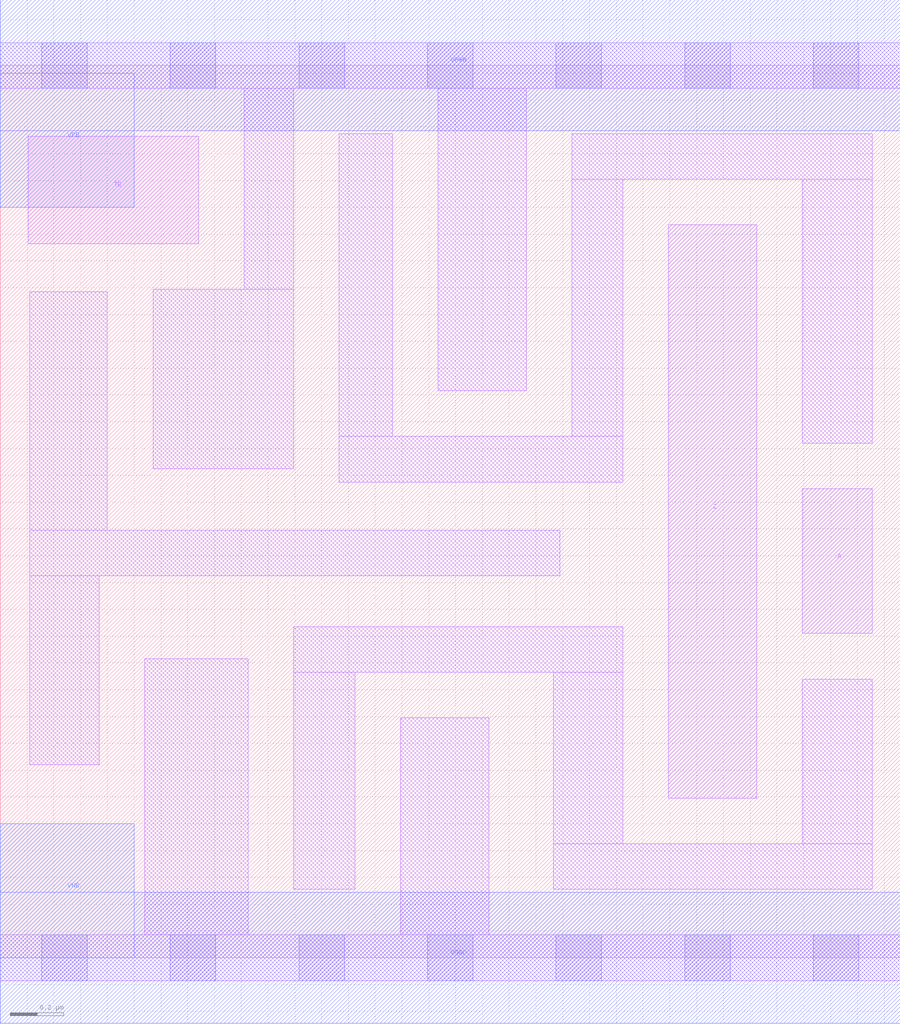
<source format=lef>
# Copyright 2020 The SkyWater PDK Authors
#
# Licensed under the Apache License, Version 2.0 (the "License");
# you may not use this file except in compliance with the License.
# You may obtain a copy of the License at
#
#     https://www.apache.org/licenses/LICENSE-2.0
#
# Unless required by applicable law or agreed to in writing, software
# distributed under the License is distributed on an "AS IS" BASIS,
# WITHOUT WARRANTIES OR CONDITIONS OF ANY KIND, either express or implied.
# See the License for the specific language governing permissions and
# limitations under the License.
#
# SPDX-License-Identifier: Apache-2.0

VERSION 5.5 ;
NAMESCASESENSITIVE ON ;
BUSBITCHARS "[]" ;
DIVIDERCHAR "/" ;
MACRO sky130_fd_sc_lp__einvp_2
  CLASS CORE ;
  SOURCE USER ;
  ORIGIN  0.000000  0.000000 ;
  SIZE  3.360000 BY  3.330000 ;
  SYMMETRY X Y R90 ;
  SITE unit ;
  PIN A
    ANTENNAGATEAREA  0.630000 ;
    DIRECTION INPUT ;
    USE SIGNAL ;
    PORT
      LAYER li1 ;
        RECT 2.995000 1.210000 3.255000 1.750000 ;
    END
  END A
  PIN TE
    ANTENNAGATEAREA  0.411000 ;
    DIRECTION INPUT ;
    USE SIGNAL ;
    PORT
      LAYER li1 ;
        RECT 0.105000 2.665000 0.740000 3.065000 ;
    END
  END TE
  PIN Z
    ANTENNADIFFAREA  0.588000 ;
    DIRECTION OUTPUT ;
    USE SIGNAL ;
    PORT
      LAYER li1 ;
        RECT 2.495000 0.595000 2.825000 2.735000 ;
    END
  END Z
  PIN VGND
    DIRECTION INOUT ;
    USE GROUND ;
    PORT
      LAYER met1 ;
        RECT 0.000000 -0.245000 3.360000 0.245000 ;
    END
  END VGND
  PIN VNB
    DIRECTION INOUT ;
    USE GROUND ;
    PORT
    END
  END VNB
  PIN VPB
    DIRECTION INOUT ;
    USE POWER ;
    PORT
    END
  END VPB
  PIN VNB
    DIRECTION INOUT ;
    USE GROUND ;
    PORT
      LAYER met1 ;
        RECT 0.000000 0.000000 0.500000 0.500000 ;
    END
  END VNB
  PIN VPB
    DIRECTION INOUT ;
    USE POWER ;
    PORT
      LAYER met1 ;
        RECT 0.000000 2.800000 0.500000 3.300000 ;
    END
  END VPB
  PIN VPWR
    DIRECTION INOUT ;
    USE POWER ;
    PORT
      LAYER met1 ;
        RECT 0.000000 3.085000 3.360000 3.575000 ;
    END
  END VPWR
  OBS
    LAYER li1 ;
      RECT 0.000000 -0.085000 3.360000 0.085000 ;
      RECT 0.000000  3.245000 3.360000 3.415000 ;
      RECT 0.110000  0.720000 0.370000 1.425000 ;
      RECT 0.110000  1.425000 2.090000 1.595000 ;
      RECT 0.110000  1.595000 0.400000 2.485000 ;
      RECT 0.540000  0.085000 0.925000 1.115000 ;
      RECT 0.570000  1.825000 1.095000 2.495000 ;
      RECT 0.910000  2.495000 1.095000 3.245000 ;
      RECT 1.095000  0.255000 1.325000 1.065000 ;
      RECT 1.095000  1.065000 2.325000 1.235000 ;
      RECT 1.265000  1.775000 2.325000 1.945000 ;
      RECT 1.265000  1.945000 1.465000 3.075000 ;
      RECT 1.495000  0.085000 1.825000 0.895000 ;
      RECT 1.635000  2.115000 1.965000 3.245000 ;
      RECT 2.065000  0.255000 3.255000 0.425000 ;
      RECT 2.065000  0.425000 2.325000 1.065000 ;
      RECT 2.135000  1.945000 2.325000 2.905000 ;
      RECT 2.135000  2.905000 3.255000 3.075000 ;
      RECT 2.995000  0.425000 3.255000 1.040000 ;
      RECT 2.995000  1.920000 3.255000 2.905000 ;
    LAYER mcon ;
      RECT 0.155000 -0.085000 0.325000 0.085000 ;
      RECT 0.155000  3.245000 0.325000 3.415000 ;
      RECT 0.635000 -0.085000 0.805000 0.085000 ;
      RECT 0.635000  3.245000 0.805000 3.415000 ;
      RECT 1.115000 -0.085000 1.285000 0.085000 ;
      RECT 1.115000  3.245000 1.285000 3.415000 ;
      RECT 1.595000 -0.085000 1.765000 0.085000 ;
      RECT 1.595000  3.245000 1.765000 3.415000 ;
      RECT 2.075000 -0.085000 2.245000 0.085000 ;
      RECT 2.075000  3.245000 2.245000 3.415000 ;
      RECT 2.555000 -0.085000 2.725000 0.085000 ;
      RECT 2.555000  3.245000 2.725000 3.415000 ;
      RECT 3.035000 -0.085000 3.205000 0.085000 ;
      RECT 3.035000  3.245000 3.205000 3.415000 ;
  END
END sky130_fd_sc_lp__einvp_2
END LIBRARY

</source>
